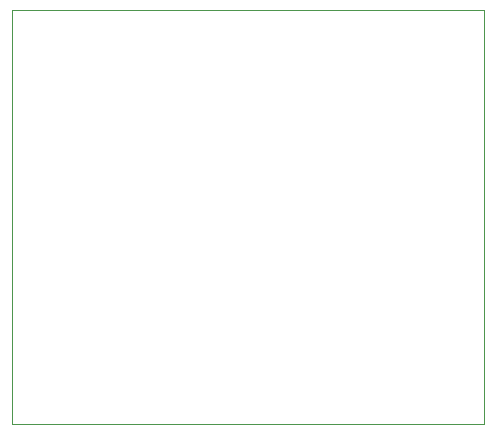
<source format=gbo>
G75*
%MOIN*%
%OFA0B0*%
%FSLAX24Y24*%
%IPPOS*%
%LPD*%
%AMOC8*
5,1,8,0,0,1.08239X$1,22.5*
%
%ADD10C,0.0000*%
D10*
X010976Y000180D02*
X010976Y013960D01*
X026724Y013960D01*
X026724Y000180D01*
X010976Y000180D01*
M02*

</source>
